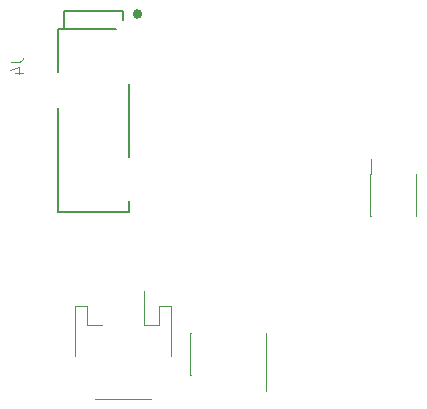
<source format=gbo>
G04 #@! TF.GenerationSoftware,KiCad,Pcbnew,(5.1.8)-1*
G04 #@! TF.CreationDate,2021-01-25T23:00:58-08:00*
G04 #@! TF.ProjectId,audioboard,61756469-6f62-46f6-9172-642e6b696361,rev?*
G04 #@! TF.SameCoordinates,Original*
G04 #@! TF.FileFunction,Legend,Bot*
G04 #@! TF.FilePolarity,Positive*
%FSLAX46Y46*%
G04 Gerber Fmt 4.6, Leading zero omitted, Abs format (unit mm)*
G04 Created by KiCad (PCBNEW (5.1.8)-1) date 2021-01-25 23:00:58*
%MOMM*%
%LPD*%
G01*
G04 APERTURE LIST*
%ADD10C,0.120000*%
%ADD11C,0.127000*%
%ADD12C,0.400000*%
%ADD13C,0.015000*%
G04 APERTURE END LIST*
D10*
X202505000Y-80785000D02*
X202505000Y-84315000D01*
X206435000Y-80785000D02*
X206435000Y-84315000D01*
X202570000Y-79460000D02*
X202570000Y-80785000D01*
X202505000Y-80785000D02*
X202570000Y-80785000D01*
X202505000Y-84315000D02*
X202570000Y-84315000D01*
X206370000Y-80785000D02*
X206435000Y-80785000D01*
X206370000Y-84315000D02*
X206435000Y-84315000D01*
X193735000Y-97777000D02*
X193735000Y-94247000D01*
X187265000Y-97777000D02*
X187265000Y-94247000D01*
X193670000Y-99102000D02*
X193670000Y-97777000D01*
X193735000Y-97777000D02*
X193670000Y-97777000D01*
X193735000Y-94247000D02*
X193670000Y-94247000D01*
X187330000Y-97777000D02*
X187265000Y-97777000D01*
X187330000Y-94247000D02*
X187265000Y-94247000D01*
D11*
X176070000Y-72150000D02*
X176070000Y-68450000D01*
X176070000Y-68450000D02*
X176570000Y-68450000D01*
X176570000Y-68450000D02*
X181020000Y-68450000D01*
X176570000Y-68450000D02*
X176570000Y-66950000D01*
X176570000Y-66950000D02*
X181570000Y-66950000D01*
X181570000Y-66950000D02*
X181570000Y-67750000D01*
X182070000Y-73150000D02*
X182070000Y-79350000D01*
X182070000Y-83000000D02*
X182070000Y-83950000D01*
X176070000Y-83950000D02*
X176070000Y-75150000D01*
D12*
X183020000Y-67200000D02*
G75*
G03*
X183020000Y-67200000I-200000J0D01*
G01*
D11*
X176070000Y-83950000D02*
X182070000Y-83950000D01*
D10*
X185670000Y-96190000D02*
X185670000Y-91940000D01*
X185670000Y-91940000D02*
X184650000Y-91940000D01*
X184650000Y-91940000D02*
X184650000Y-93540000D01*
X184650000Y-93540000D02*
X183370000Y-93540000D01*
X183370000Y-93540000D02*
X183370000Y-90650000D01*
X177550000Y-96190000D02*
X177550000Y-91940000D01*
X177550000Y-91940000D02*
X178570000Y-91940000D01*
X178570000Y-91940000D02*
X178570000Y-93540000D01*
X178570000Y-93540000D02*
X179850000Y-93540000D01*
X183950000Y-99760000D02*
X179270000Y-99760000D01*
D13*
X172105531Y-71269111D02*
X172823096Y-71269111D01*
X172966609Y-71221273D01*
X173062285Y-71125598D01*
X173110122Y-70982085D01*
X173110122Y-70886410D01*
X172440395Y-72178027D02*
X173110122Y-72178027D01*
X172057694Y-71938838D02*
X172775259Y-71699650D01*
X172775259Y-72321540D01*
M02*

</source>
